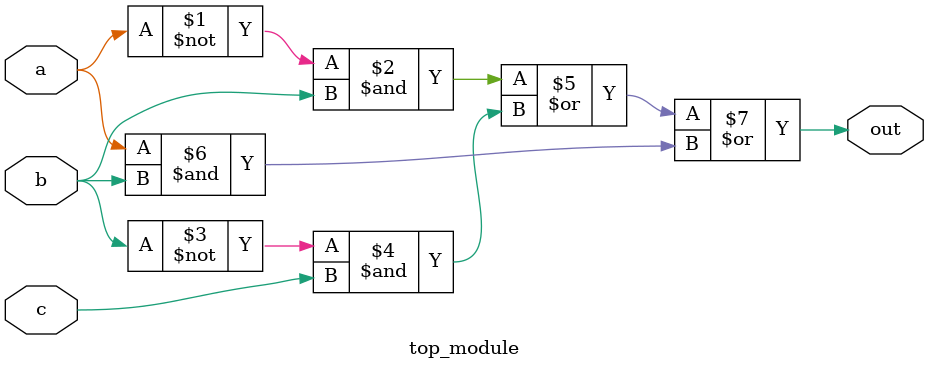
<source format=sv>
module top_module(
    input a, 
    input b,
    input c,
    output out
);
    // Create the Boolean expression from the Karnaugh map
    assign out = (~a & b) | (~b & c) | (a & b);
endmodule

</source>
